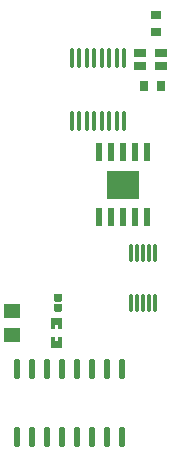
<source format=gbp>
G04 Layer: BottomPasteMaskLayer*
G04 EasyEDA Pro v1.9.26, 2023-01-09 17:51:20*
G04 Gerber Generator version 0.3*
G04 Scale: 100 percent, Rotated: No, Reflected: No*
G04 Dimensions in millimeters*
G04 Leading zeros omitted, absolute positions, 3 integers and 3 decimals*
%FSLAX33Y33*%
%MOMM*%
%AMOval*1,1,$1,$2,$3*1,1,$1,$4,$5*20,1,$1,$2,$3,$4,$5,0*%
%ADD10C,0.0254*%
%ADD11R,1.39954X1.30048*%
%ADD12R,0.799998X0.899998*%
%ADD13R,1.099998X0.799998*%
%ADD14Oval,0.28001X0.0X-0.670001X0.0X0.670001*%
%ADD15Oval,0.559994X0.0X-0.592506X0.0X0.592506*%
%ADD16R,0.599999X1.499997*%
%ADD17R,2.799994X2.399995*%
%ADD18Oval,0.3556X0.0X-0.729602X0.0X0.729602*%
%ADD19R,0.899998X0.799998*%
G75*


G04 PolygonModel Start*
G36*
G01X114708Y-3621D02*
G01X115168Y-3621D01*
G01X115208Y-3581D01*
G01Y-3080D01*
G01X115168Y-3040D01*
G01X114708D01*
G01X114668Y-3080D01*
G01Y-3581D01*
G01X114708Y-3621D01*
G37*
G54D10*
G01X114708Y-3621D02*
G01X115168Y-3621D01*
G01X115208Y-3581D01*
G01Y-3080D01*
G01X115168Y-3040D01*
G01X114708D01*
G01X114668Y-3080D01*
G01Y-3581D01*
G01X114708Y-3621D01*
G36*
G01X114708Y-3891D02*
G01X115168Y-3891D01*
G01X115208Y-3931D01*
G01Y-4431D01*
G01X115168Y-4471D01*
G01X114708D01*
G01X114668Y-4431D01*
G01Y-3931D01*
G01X114708Y-3891D01*
G37*
G01X114708Y-3891D02*
G01X115168Y-3891D01*
G01X115208Y-3931D01*
G01Y-4431D01*
G01X115168Y-4471D01*
G01X114708D01*
G01X114668Y-4431D01*
G01Y-3931D01*
G01X114708Y-3891D01*
G36*
G01X115261Y-5101D02*
G01X115261Y-5901D01*
G01X115211Y-5951D01*
G01X114983D01*
G01Y-5581D01*
G01X114653D01*
G01Y-5951D01*
G01X114411D01*
G01X114361Y-5901D01*
G01Y-5101D01*
G01X114411Y-5051D01*
G01X115211D01*
G01X115261Y-5101D01*
G37*
G01X115261Y-5101D02*
G01X115261Y-5901D01*
G01X115211Y-5951D01*
G01X114983D01*
G01Y-5581D01*
G01X114653D01*
G01Y-5951D01*
G01X114411D01*
G01X114361Y-5901D01*
G01Y-5101D01*
G01X114411Y-5051D01*
G01X115211D01*
G01X115261Y-5101D01*
G36*
G01X115211Y-6651D02*
G01X114983Y-6651D01*
G01Y-7031D01*
G01X114653D01*
G01Y-6651D01*
G01X114411D01*
G01X114361Y-6701D01*
G01Y-7491D01*
G01X114411Y-7541D01*
G01X115211D01*
G01X115261Y-7491D01*
G01Y-6701D01*
G01X115211Y-6651D01*
G37*
G01X115211Y-6651D02*
G01X114983Y-6651D01*
G01Y-7031D01*
G01X114653D01*
G01Y-6651D01*
G01X114411D01*
G01X114361Y-6701D01*
G01Y-7491D01*
G01X114411Y-7541D01*
G01X115211D01*
G01X115261Y-7491D01*
G01Y-6701D01*
G01X115211Y-6651D01*
G04 PolygonModel End*

G04 Pad Start*
G54D11*
G01X111128Y-6550D03*
G01X111128Y-4449D03*
G54D12*
G01X122301Y14532D03*
G01X123701Y14532D03*
G54D13*
G01X123712Y17393D03*
G01X123712Y16243D03*
G01X121912Y16244D03*
G01X121912Y17394D03*
G54D14*
G01X123177Y-3834D03*
G01X122677Y-3834D03*
G01X122177Y-3834D03*
G01X121677Y-3834D03*
G01X121177Y-3834D03*
G01X123177Y386D03*
G01X122677Y386D03*
G01X122177Y386D03*
G01X121677Y386D03*
G01X121177Y386D03*
G54D15*
G01X120399Y-15137D03*
G01X119129Y-15137D03*
G01X117859Y-15137D03*
G01X116589Y-15137D03*
G01X115319Y-15137D03*
G01X114049Y-15137D03*
G01X112779Y-15137D03*
G01X111509Y-15137D03*
G01X120399Y-9392D03*
G01X119129Y-9392D03*
G01X117859Y-9392D03*
G01X116589Y-9392D03*
G01X115319Y-9392D03*
G01X114049Y-9392D03*
G01X112779Y-9392D03*
G01X111509Y-9392D03*
G54D16*
G01X118494Y8944D03*
G01X119494Y8944D03*
G01X120494Y8944D03*
G01X121494Y8944D03*
G01X122494Y8944D03*
G01X122494Y3445D03*
G01X121494Y3445D03*
G01X120494Y3445D03*
G01X119494Y3445D03*
G01X118494Y3445D03*
G54D17*
G01X120494Y6195D03*
G54D18*
G01X116145Y16933D03*
G01X116780Y16933D03*
G01X117415Y16933D03*
G01X118050Y16933D03*
G01X118685Y16933D03*
G01X119320Y16933D03*
G01X119955Y16933D03*
G01X120590Y16933D03*
G01X116145Y11624D03*
G01X116780Y11624D03*
G01X117415Y11624D03*
G01X118050Y11624D03*
G01X118685Y11624D03*
G01X119320Y11624D03*
G01X119955Y11624D03*
G01X120590Y11624D03*
G54D19*
G01X123320Y20566D03*
G01X123320Y19166D03*
G04 Pad End*

M02*

</source>
